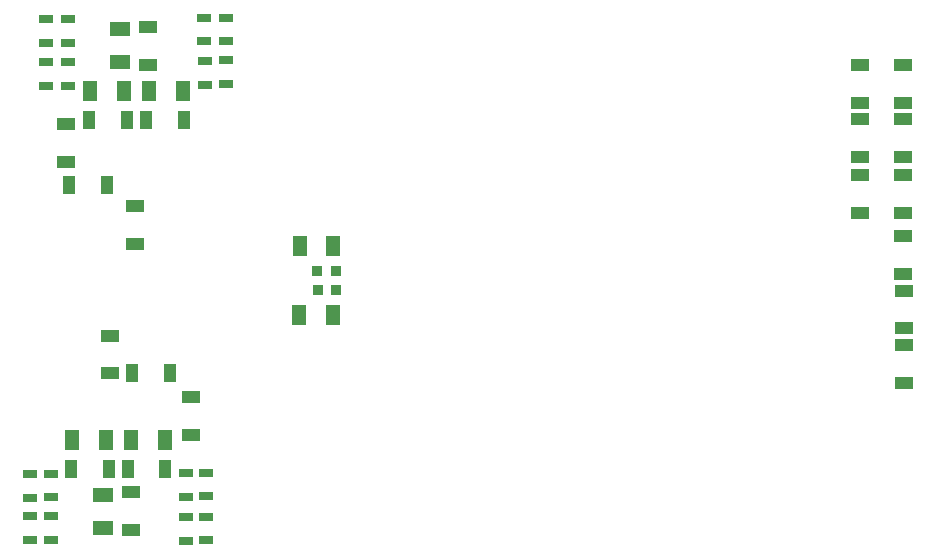
<source format=gbr>
%TF.GenerationSoftware,Altium Limited,Altium Designer,21.6.4 (81)*%
G04 Layer_Color=128*
%FSLAX43Y43*%
%MOMM*%
%TF.SameCoordinates,C39744A4-4465-455E-AB15-BAA165A4C254*%
%TF.FilePolarity,Positive*%
%TF.FileFunction,Paste,Bot*%
%TF.Part,Single*%
G01*
G75*
%TA.AperFunction,SMDPad,CuDef*%
%ADD13R,1.800X1.300*%
%ADD15R,1.600X1.000*%
%ADD16R,1.000X1.600*%
%ADD17R,1.250X0.800*%
%ADD18R,1.300X1.800*%
%ADD20R,0.850X0.900*%
D13*
X13516Y4027D02*
D03*
Y6877D02*
D03*
X14951Y43491D02*
D03*
Y46341D02*
D03*
D15*
X77648Y40031D02*
D03*
Y43231D02*
D03*
Y35458D02*
D03*
Y38658D02*
D03*
Y30709D02*
D03*
Y33909D02*
D03*
X81331Y20955D02*
D03*
Y24155D02*
D03*
X81305Y25553D02*
D03*
Y28753D02*
D03*
Y33960D02*
D03*
Y30760D02*
D03*
X16277Y31293D02*
D03*
Y28093D02*
D03*
X14148Y17145D02*
D03*
Y20345D02*
D03*
X81331Y19558D02*
D03*
Y16358D02*
D03*
X20989Y11929D02*
D03*
Y15129D02*
D03*
X15959Y3877D02*
D03*
Y7077D02*
D03*
X10379Y38227D02*
D03*
Y35027D02*
D03*
X81305Y38658D02*
D03*
Y35458D02*
D03*
Y43231D02*
D03*
Y40031D02*
D03*
X17339Y43285D02*
D03*
Y46485D02*
D03*
D16*
X19243Y17170D02*
D03*
X16043D02*
D03*
X15629Y9084D02*
D03*
X18829D02*
D03*
X14054D02*
D03*
X10854D02*
D03*
X10710Y33103D02*
D03*
X13910D02*
D03*
X12386Y38582D02*
D03*
X15586D02*
D03*
X17196Y38582D02*
D03*
X20396D02*
D03*
D17*
X22294Y8745D02*
D03*
Y6745D02*
D03*
X20541Y6685D02*
D03*
Y8685D02*
D03*
X7341Y6636D02*
D03*
Y8636D02*
D03*
X9119Y8661D02*
D03*
Y6661D02*
D03*
X9118Y5064D02*
D03*
Y3064D02*
D03*
X7391Y3038D02*
D03*
Y5038D02*
D03*
X20541Y2961D02*
D03*
Y4961D02*
D03*
X22295Y5012D02*
D03*
Y3012D02*
D03*
X10547Y43522D02*
D03*
Y41522D02*
D03*
X24002Y43646D02*
D03*
Y41646D02*
D03*
X8743Y45132D02*
D03*
Y47132D02*
D03*
X23952Y47256D02*
D03*
Y45256D02*
D03*
X22143D02*
D03*
Y47256D02*
D03*
X22198Y41563D02*
D03*
Y43563D02*
D03*
X8743Y41497D02*
D03*
Y43497D02*
D03*
X10547Y47133D02*
D03*
Y45133D02*
D03*
D18*
X18758Y11495D02*
D03*
X15908D02*
D03*
X30134Y22060D02*
D03*
X32984D02*
D03*
X33038Y27961D02*
D03*
X30188D02*
D03*
X13766Y11495D02*
D03*
X10916D02*
D03*
X17446Y41027D02*
D03*
X20296D02*
D03*
X12459Y41039D02*
D03*
X15309D02*
D03*
D20*
X33259Y25806D02*
D03*
X31709D02*
D03*
X33286Y24169D02*
D03*
X31736D02*
D03*
%TF.MD5,12a7050a47561b8dd0e11b6089dd1a90*%
M02*

</source>
